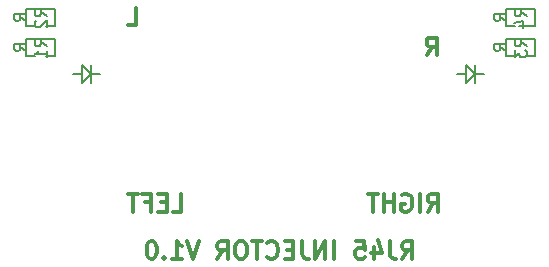
<source format=gbo>
G04 #@! TF.FileFunction,Legend,Bot*
%FSLAX46Y46*%
G04 Gerber Fmt 4.6, Leading zero omitted, Abs format (unit mm)*
G04 Created by KiCad (PCBNEW (2015-01-08 BZR 5360)-product) date 2015-02-07T22:50:42 CET*
%MOMM*%
G01*
G04 APERTURE LIST*
%ADD10C,0.150000*%
%ADD11C,0.300000*%
%ADD12C,0.200000*%
G04 APERTURE END LIST*
D10*
D11*
X92857142Y-82678571D02*
X93357142Y-81964286D01*
X93714285Y-82678571D02*
X93714285Y-81178571D01*
X93142857Y-81178571D01*
X92999999Y-81250000D01*
X92928571Y-81321429D01*
X92857142Y-81464286D01*
X92857142Y-81678571D01*
X92928571Y-81821429D01*
X92999999Y-81892857D01*
X93142857Y-81964286D01*
X93714285Y-81964286D01*
X91785714Y-81178571D02*
X91785714Y-82250000D01*
X91857142Y-82464286D01*
X91999999Y-82607143D01*
X92214285Y-82678571D01*
X92357142Y-82678571D01*
X90428571Y-81678571D02*
X90428571Y-82678571D01*
X90785714Y-81107143D02*
X91142857Y-82178571D01*
X90214285Y-82178571D01*
X88928571Y-81178571D02*
X89642857Y-81178571D01*
X89714286Y-81892857D01*
X89642857Y-81821429D01*
X89500000Y-81750000D01*
X89142857Y-81750000D01*
X89000000Y-81821429D01*
X88928571Y-81892857D01*
X88857143Y-82035714D01*
X88857143Y-82392857D01*
X88928571Y-82535714D01*
X89000000Y-82607143D01*
X89142857Y-82678571D01*
X89500000Y-82678571D01*
X89642857Y-82607143D01*
X89714286Y-82535714D01*
X87071429Y-82678571D02*
X87071429Y-81178571D01*
X86357143Y-82678571D02*
X86357143Y-81178571D01*
X85500000Y-82678571D01*
X85500000Y-81178571D01*
X84357143Y-81178571D02*
X84357143Y-82250000D01*
X84428571Y-82464286D01*
X84571428Y-82607143D01*
X84785714Y-82678571D01*
X84928571Y-82678571D01*
X83642857Y-81892857D02*
X83142857Y-81892857D01*
X82928571Y-82678571D02*
X83642857Y-82678571D01*
X83642857Y-81178571D01*
X82928571Y-81178571D01*
X81428571Y-82535714D02*
X81500000Y-82607143D01*
X81714286Y-82678571D01*
X81857143Y-82678571D01*
X82071428Y-82607143D01*
X82214286Y-82464286D01*
X82285714Y-82321429D01*
X82357143Y-82035714D01*
X82357143Y-81821429D01*
X82285714Y-81535714D01*
X82214286Y-81392857D01*
X82071428Y-81250000D01*
X81857143Y-81178571D01*
X81714286Y-81178571D01*
X81500000Y-81250000D01*
X81428571Y-81321429D01*
X81000000Y-81178571D02*
X80142857Y-81178571D01*
X80571428Y-82678571D02*
X80571428Y-81178571D01*
X79357143Y-81178571D02*
X79071429Y-81178571D01*
X78928571Y-81250000D01*
X78785714Y-81392857D01*
X78714286Y-81678571D01*
X78714286Y-82178571D01*
X78785714Y-82464286D01*
X78928571Y-82607143D01*
X79071429Y-82678571D01*
X79357143Y-82678571D01*
X79500000Y-82607143D01*
X79642857Y-82464286D01*
X79714286Y-82178571D01*
X79714286Y-81678571D01*
X79642857Y-81392857D01*
X79500000Y-81250000D01*
X79357143Y-81178571D01*
X77214285Y-82678571D02*
X77714285Y-81964286D01*
X78071428Y-82678571D02*
X78071428Y-81178571D01*
X77500000Y-81178571D01*
X77357142Y-81250000D01*
X77285714Y-81321429D01*
X77214285Y-81464286D01*
X77214285Y-81678571D01*
X77285714Y-81821429D01*
X77357142Y-81892857D01*
X77500000Y-81964286D01*
X78071428Y-81964286D01*
X75642857Y-81178571D02*
X75142857Y-82678571D01*
X74642857Y-81178571D01*
X73357143Y-82678571D02*
X74214286Y-82678571D01*
X73785714Y-82678571D02*
X73785714Y-81178571D01*
X73928571Y-81392857D01*
X74071429Y-81535714D01*
X74214286Y-81607143D01*
X72714286Y-82535714D02*
X72642858Y-82607143D01*
X72714286Y-82678571D01*
X72785715Y-82607143D01*
X72714286Y-82535714D01*
X72714286Y-82678571D01*
X71714286Y-81178571D02*
X71571429Y-81178571D01*
X71428572Y-81250000D01*
X71357143Y-81321429D01*
X71285714Y-81464286D01*
X71214286Y-81750000D01*
X71214286Y-82107143D01*
X71285714Y-82392857D01*
X71357143Y-82535714D01*
X71428572Y-82607143D01*
X71571429Y-82678571D01*
X71714286Y-82678571D01*
X71857143Y-82607143D01*
X71928572Y-82535714D01*
X72000000Y-82392857D01*
X72071429Y-82107143D01*
X72071429Y-81750000D01*
X72000000Y-81464286D01*
X71928572Y-81321429D01*
X71857143Y-81250000D01*
X71714286Y-81178571D01*
D12*
X98250000Y-67000000D02*
X97500000Y-67000000D01*
X99000000Y-67000000D02*
X99750000Y-67000000D01*
X99000000Y-67750000D02*
X99000000Y-66250000D01*
X98250000Y-66250000D02*
X98250000Y-67750000D01*
X99000000Y-67000000D02*
X98250000Y-66250000D01*
X98250000Y-67750000D02*
X99000000Y-67000000D01*
X65750000Y-67750000D02*
X66500000Y-67000000D01*
X66500000Y-67000000D02*
X65750000Y-66250000D01*
X65750000Y-66250000D02*
X65750000Y-67750000D01*
X66500000Y-67750000D02*
X66500000Y-66250000D01*
X66500000Y-67000000D02*
X67250000Y-67000000D01*
X65750000Y-67000000D02*
X65000000Y-67000000D01*
D11*
X94912714Y-65448571D02*
X95412714Y-64734286D01*
X95769857Y-65448571D02*
X95769857Y-63948571D01*
X95198429Y-63948571D01*
X95055571Y-64020000D01*
X94984143Y-64091429D01*
X94912714Y-64234286D01*
X94912714Y-64448571D01*
X94984143Y-64591429D01*
X95055571Y-64662857D01*
X95198429Y-64734286D01*
X95769857Y-64734286D01*
X69639714Y-62908571D02*
X70354000Y-62908571D01*
X70354000Y-61408571D01*
X73428571Y-78678571D02*
X74142857Y-78678571D01*
X74142857Y-77178571D01*
X72928571Y-77892857D02*
X72428571Y-77892857D01*
X72214285Y-78678571D02*
X72928571Y-78678571D01*
X72928571Y-77178571D01*
X72214285Y-77178571D01*
X71071428Y-77892857D02*
X71571428Y-77892857D01*
X71571428Y-78678571D02*
X71571428Y-77178571D01*
X70857142Y-77178571D01*
X70500000Y-77178571D02*
X69642857Y-77178571D01*
X70071428Y-78678571D02*
X70071428Y-77178571D01*
X95000000Y-78678571D02*
X95500000Y-77964286D01*
X95857143Y-78678571D02*
X95857143Y-77178571D01*
X95285715Y-77178571D01*
X95142857Y-77250000D01*
X95071429Y-77321429D01*
X95000000Y-77464286D01*
X95000000Y-77678571D01*
X95071429Y-77821429D01*
X95142857Y-77892857D01*
X95285715Y-77964286D01*
X95857143Y-77964286D01*
X94357143Y-78678571D02*
X94357143Y-77178571D01*
X92857143Y-77250000D02*
X93000000Y-77178571D01*
X93214286Y-77178571D01*
X93428571Y-77250000D01*
X93571429Y-77392857D01*
X93642857Y-77535714D01*
X93714286Y-77821429D01*
X93714286Y-78035714D01*
X93642857Y-78321429D01*
X93571429Y-78464286D01*
X93428571Y-78607143D01*
X93214286Y-78678571D01*
X93071429Y-78678571D01*
X92857143Y-78607143D01*
X92785714Y-78535714D01*
X92785714Y-78035714D01*
X93071429Y-78035714D01*
X92142857Y-78678571D02*
X92142857Y-77178571D01*
X92142857Y-77892857D02*
X91285714Y-77892857D01*
X91285714Y-78678571D02*
X91285714Y-77178571D01*
X90785714Y-77178571D02*
X89928571Y-77178571D01*
X90357142Y-78678571D02*
X90357142Y-77178571D01*
D10*
X61729620Y-65468500D02*
X61023500Y-65468500D01*
X61023500Y-65468500D02*
X61023500Y-64071500D01*
X61023500Y-64071500D02*
X61729620Y-64071500D01*
X63436500Y-65468500D02*
X62730380Y-65468500D01*
X63436500Y-65468500D02*
X63436500Y-64071500D01*
X63436500Y-64071500D02*
X62730380Y-64071500D01*
X61729620Y-62928500D02*
X61023500Y-62928500D01*
X61023500Y-62928500D02*
X61023500Y-61531500D01*
X61023500Y-61531500D02*
X61729620Y-61531500D01*
X63436500Y-62928500D02*
X62730380Y-62928500D01*
X63436500Y-62928500D02*
X63436500Y-61531500D01*
X63436500Y-61531500D02*
X62730380Y-61531500D01*
X102369620Y-65468500D02*
X101663500Y-65468500D01*
X101663500Y-65468500D02*
X101663500Y-64071500D01*
X101663500Y-64071500D02*
X102369620Y-64071500D01*
X104076500Y-65468500D02*
X103370380Y-65468500D01*
X104076500Y-65468500D02*
X104076500Y-64071500D01*
X104076500Y-64071500D02*
X103370380Y-64071500D01*
X102369620Y-62928500D02*
X101663500Y-62928500D01*
X101663500Y-62928500D02*
X101663500Y-61531500D01*
X101663500Y-61531500D02*
X102369620Y-61531500D01*
X104076500Y-62928500D02*
X103370380Y-62928500D01*
X104076500Y-62928500D02*
X104076500Y-61531500D01*
X104076500Y-61531500D02*
X103370380Y-61531500D01*
X62745881Y-64666834D02*
X62269690Y-64333500D01*
X62745881Y-64095405D02*
X61745881Y-64095405D01*
X61745881Y-64476358D01*
X61793500Y-64571596D01*
X61841119Y-64619215D01*
X61936357Y-64666834D01*
X62079214Y-64666834D01*
X62174452Y-64619215D01*
X62222071Y-64571596D01*
X62269690Y-64476358D01*
X62269690Y-64095405D01*
X62745881Y-65619215D02*
X62745881Y-65047786D01*
X62745881Y-65333500D02*
X61745881Y-65333500D01*
X61888738Y-65238262D01*
X61983976Y-65143024D01*
X62031595Y-65047786D01*
X60983121Y-65079524D02*
X60506930Y-64746190D01*
X60983121Y-64508095D02*
X59983121Y-64508095D01*
X59983121Y-64889048D01*
X60030740Y-64984286D01*
X60078359Y-65031905D01*
X60173597Y-65079524D01*
X60316454Y-65079524D01*
X60411692Y-65031905D01*
X60459311Y-64984286D01*
X60506930Y-64889048D01*
X60506930Y-64508095D01*
X62745881Y-62126834D02*
X62269690Y-61793500D01*
X62745881Y-61555405D02*
X61745881Y-61555405D01*
X61745881Y-61936358D01*
X61793500Y-62031596D01*
X61841119Y-62079215D01*
X61936357Y-62126834D01*
X62079214Y-62126834D01*
X62174452Y-62079215D01*
X62222071Y-62031596D01*
X62269690Y-61936358D01*
X62269690Y-61555405D01*
X61841119Y-62507786D02*
X61793500Y-62555405D01*
X61745881Y-62650643D01*
X61745881Y-62888739D01*
X61793500Y-62983977D01*
X61841119Y-63031596D01*
X61936357Y-63079215D01*
X62031595Y-63079215D01*
X62174452Y-63031596D01*
X62745881Y-62460167D01*
X62745881Y-63079215D01*
X60983121Y-62539524D02*
X60506930Y-62206190D01*
X60983121Y-61968095D02*
X59983121Y-61968095D01*
X59983121Y-62349048D01*
X60030740Y-62444286D01*
X60078359Y-62491905D01*
X60173597Y-62539524D01*
X60316454Y-62539524D01*
X60411692Y-62491905D01*
X60459311Y-62444286D01*
X60506930Y-62349048D01*
X60506930Y-61968095D01*
X103385881Y-64666834D02*
X102909690Y-64333500D01*
X103385881Y-64095405D02*
X102385881Y-64095405D01*
X102385881Y-64476358D01*
X102433500Y-64571596D01*
X102481119Y-64619215D01*
X102576357Y-64666834D01*
X102719214Y-64666834D01*
X102814452Y-64619215D01*
X102862071Y-64571596D01*
X102909690Y-64476358D01*
X102909690Y-64095405D01*
X102385881Y-65000167D02*
X102385881Y-65619215D01*
X102766833Y-65285881D01*
X102766833Y-65428739D01*
X102814452Y-65523977D01*
X102862071Y-65571596D01*
X102957310Y-65619215D01*
X103195405Y-65619215D01*
X103290643Y-65571596D01*
X103338262Y-65523977D01*
X103385881Y-65428739D01*
X103385881Y-65143024D01*
X103338262Y-65047786D01*
X103290643Y-65000167D01*
X101623121Y-65079524D02*
X101146930Y-64746190D01*
X101623121Y-64508095D02*
X100623121Y-64508095D01*
X100623121Y-64889048D01*
X100670740Y-64984286D01*
X100718359Y-65031905D01*
X100813597Y-65079524D01*
X100956454Y-65079524D01*
X101051692Y-65031905D01*
X101099311Y-64984286D01*
X101146930Y-64889048D01*
X101146930Y-64508095D01*
X103385881Y-62126834D02*
X102909690Y-61793500D01*
X103385881Y-61555405D02*
X102385881Y-61555405D01*
X102385881Y-61936358D01*
X102433500Y-62031596D01*
X102481119Y-62079215D01*
X102576357Y-62126834D01*
X102719214Y-62126834D01*
X102814452Y-62079215D01*
X102862071Y-62031596D01*
X102909690Y-61936358D01*
X102909690Y-61555405D01*
X102719214Y-62983977D02*
X103385881Y-62983977D01*
X102338262Y-62745881D02*
X103052548Y-62507786D01*
X103052548Y-63126834D01*
X101623121Y-62539524D02*
X101146930Y-62206190D01*
X101623121Y-61968095D02*
X100623121Y-61968095D01*
X100623121Y-62349048D01*
X100670740Y-62444286D01*
X100718359Y-62491905D01*
X100813597Y-62539524D01*
X100956454Y-62539524D01*
X101051692Y-62491905D01*
X101099311Y-62444286D01*
X101146930Y-62349048D01*
X101146930Y-61968095D01*
M02*

</source>
